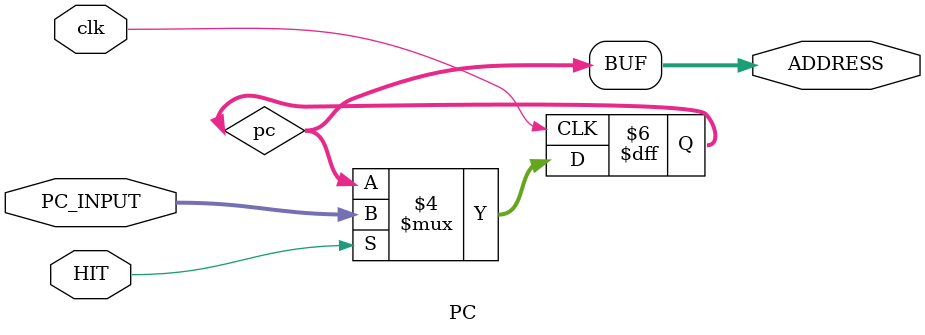
<source format=v>
`timescale 1ns / 1ps
module PC(clk, HIT, PC_INPUT, ADDRESS);
	
	input 	clk, HIT;
	input 	[31:0] PC_INPUT;
	output 	[31:0] ADDRESS;
	
	reg [31:0] pc = 0;
	
	always @(posedge clk) begin
		#1 if (HIT) begin
			pc = PC_INPUT;
		end
	end

	assign ADDRESS = pc;	
endmodule

</source>
